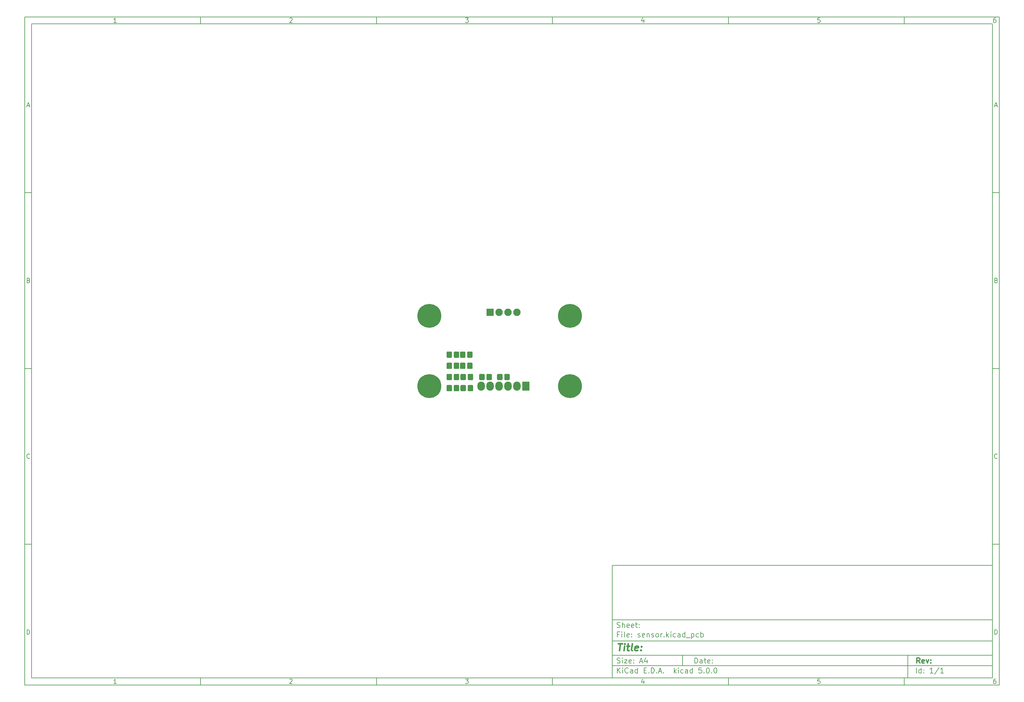
<source format=gbs>
G04 #@! TF.GenerationSoftware,KiCad,Pcbnew,5.0.0*
G04 #@! TF.CreationDate,2018-10-21T13:27:24+10:00*
G04 #@! TF.ProjectId,sensor,73656E736F722E6B696361645F706362,rev?*
G04 #@! TF.SameCoordinates,Original*
G04 #@! TF.FileFunction,Soldermask,Bot*
G04 #@! TF.FilePolarity,Negative*
%FSLAX46Y46*%
G04 Gerber Fmt 4.6, Leading zero omitted, Abs format (unit mm)*
G04 Created by KiCad (PCBNEW 5.0.0) date Sun Oct 21 13:27:24 2018*
%MOMM*%
%LPD*%
G01*
G04 APERTURE LIST*
%ADD10C,0.100000*%
%ADD11C,0.150000*%
%ADD12C,0.300000*%
%ADD13C,0.400000*%
%ADD14R,2.140000X2.600000*%
%ADD15O,2.140000X2.600000*%
%ADD16R,2.100000X2.100000*%
%ADD17O,2.100000X2.100000*%
%ADD18C,1.200000*%
%ADD19C,6.800000*%
%ADD20C,1.550000*%
G04 APERTURE END LIST*
D10*
D11*
X177002200Y-166007200D02*
X177002200Y-198007200D01*
X285002200Y-198007200D01*
X285002200Y-166007200D01*
X177002200Y-166007200D01*
D10*
D11*
X10000000Y-10000000D02*
X10000000Y-200007200D01*
X287002200Y-200007200D01*
X287002200Y-10000000D01*
X10000000Y-10000000D01*
D10*
D11*
X12000000Y-12000000D02*
X12000000Y-198007200D01*
X285002200Y-198007200D01*
X285002200Y-12000000D01*
X12000000Y-12000000D01*
D10*
D11*
X60000000Y-12000000D02*
X60000000Y-10000000D01*
D10*
D11*
X110000000Y-12000000D02*
X110000000Y-10000000D01*
D10*
D11*
X160000000Y-12000000D02*
X160000000Y-10000000D01*
D10*
D11*
X210000000Y-12000000D02*
X210000000Y-10000000D01*
D10*
D11*
X260000000Y-12000000D02*
X260000000Y-10000000D01*
D10*
D11*
X36065476Y-11588095D02*
X35322619Y-11588095D01*
X35694047Y-11588095D02*
X35694047Y-10288095D01*
X35570238Y-10473809D01*
X35446428Y-10597619D01*
X35322619Y-10659523D01*
D10*
D11*
X85322619Y-10411904D02*
X85384523Y-10350000D01*
X85508333Y-10288095D01*
X85817857Y-10288095D01*
X85941666Y-10350000D01*
X86003571Y-10411904D01*
X86065476Y-10535714D01*
X86065476Y-10659523D01*
X86003571Y-10845238D01*
X85260714Y-11588095D01*
X86065476Y-11588095D01*
D10*
D11*
X135260714Y-10288095D02*
X136065476Y-10288095D01*
X135632142Y-10783333D01*
X135817857Y-10783333D01*
X135941666Y-10845238D01*
X136003571Y-10907142D01*
X136065476Y-11030952D01*
X136065476Y-11340476D01*
X136003571Y-11464285D01*
X135941666Y-11526190D01*
X135817857Y-11588095D01*
X135446428Y-11588095D01*
X135322619Y-11526190D01*
X135260714Y-11464285D01*
D10*
D11*
X185941666Y-10721428D02*
X185941666Y-11588095D01*
X185632142Y-10226190D02*
X185322619Y-11154761D01*
X186127380Y-11154761D01*
D10*
D11*
X236003571Y-10288095D02*
X235384523Y-10288095D01*
X235322619Y-10907142D01*
X235384523Y-10845238D01*
X235508333Y-10783333D01*
X235817857Y-10783333D01*
X235941666Y-10845238D01*
X236003571Y-10907142D01*
X236065476Y-11030952D01*
X236065476Y-11340476D01*
X236003571Y-11464285D01*
X235941666Y-11526190D01*
X235817857Y-11588095D01*
X235508333Y-11588095D01*
X235384523Y-11526190D01*
X235322619Y-11464285D01*
D10*
D11*
X285941666Y-10288095D02*
X285694047Y-10288095D01*
X285570238Y-10350000D01*
X285508333Y-10411904D01*
X285384523Y-10597619D01*
X285322619Y-10845238D01*
X285322619Y-11340476D01*
X285384523Y-11464285D01*
X285446428Y-11526190D01*
X285570238Y-11588095D01*
X285817857Y-11588095D01*
X285941666Y-11526190D01*
X286003571Y-11464285D01*
X286065476Y-11340476D01*
X286065476Y-11030952D01*
X286003571Y-10907142D01*
X285941666Y-10845238D01*
X285817857Y-10783333D01*
X285570238Y-10783333D01*
X285446428Y-10845238D01*
X285384523Y-10907142D01*
X285322619Y-11030952D01*
D10*
D11*
X60000000Y-198007200D02*
X60000000Y-200007200D01*
D10*
D11*
X110000000Y-198007200D02*
X110000000Y-200007200D01*
D10*
D11*
X160000000Y-198007200D02*
X160000000Y-200007200D01*
D10*
D11*
X210000000Y-198007200D02*
X210000000Y-200007200D01*
D10*
D11*
X260000000Y-198007200D02*
X260000000Y-200007200D01*
D10*
D11*
X36065476Y-199595295D02*
X35322619Y-199595295D01*
X35694047Y-199595295D02*
X35694047Y-198295295D01*
X35570238Y-198481009D01*
X35446428Y-198604819D01*
X35322619Y-198666723D01*
D10*
D11*
X85322619Y-198419104D02*
X85384523Y-198357200D01*
X85508333Y-198295295D01*
X85817857Y-198295295D01*
X85941666Y-198357200D01*
X86003571Y-198419104D01*
X86065476Y-198542914D01*
X86065476Y-198666723D01*
X86003571Y-198852438D01*
X85260714Y-199595295D01*
X86065476Y-199595295D01*
D10*
D11*
X135260714Y-198295295D02*
X136065476Y-198295295D01*
X135632142Y-198790533D01*
X135817857Y-198790533D01*
X135941666Y-198852438D01*
X136003571Y-198914342D01*
X136065476Y-199038152D01*
X136065476Y-199347676D01*
X136003571Y-199471485D01*
X135941666Y-199533390D01*
X135817857Y-199595295D01*
X135446428Y-199595295D01*
X135322619Y-199533390D01*
X135260714Y-199471485D01*
D10*
D11*
X185941666Y-198728628D02*
X185941666Y-199595295D01*
X185632142Y-198233390D02*
X185322619Y-199161961D01*
X186127380Y-199161961D01*
D10*
D11*
X236003571Y-198295295D02*
X235384523Y-198295295D01*
X235322619Y-198914342D01*
X235384523Y-198852438D01*
X235508333Y-198790533D01*
X235817857Y-198790533D01*
X235941666Y-198852438D01*
X236003571Y-198914342D01*
X236065476Y-199038152D01*
X236065476Y-199347676D01*
X236003571Y-199471485D01*
X235941666Y-199533390D01*
X235817857Y-199595295D01*
X235508333Y-199595295D01*
X235384523Y-199533390D01*
X235322619Y-199471485D01*
D10*
D11*
X285941666Y-198295295D02*
X285694047Y-198295295D01*
X285570238Y-198357200D01*
X285508333Y-198419104D01*
X285384523Y-198604819D01*
X285322619Y-198852438D01*
X285322619Y-199347676D01*
X285384523Y-199471485D01*
X285446428Y-199533390D01*
X285570238Y-199595295D01*
X285817857Y-199595295D01*
X285941666Y-199533390D01*
X286003571Y-199471485D01*
X286065476Y-199347676D01*
X286065476Y-199038152D01*
X286003571Y-198914342D01*
X285941666Y-198852438D01*
X285817857Y-198790533D01*
X285570238Y-198790533D01*
X285446428Y-198852438D01*
X285384523Y-198914342D01*
X285322619Y-199038152D01*
D10*
D11*
X10000000Y-60000000D02*
X12000000Y-60000000D01*
D10*
D11*
X10000000Y-110000000D02*
X12000000Y-110000000D01*
D10*
D11*
X10000000Y-160000000D02*
X12000000Y-160000000D01*
D10*
D11*
X10690476Y-35216666D02*
X11309523Y-35216666D01*
X10566666Y-35588095D02*
X11000000Y-34288095D01*
X11433333Y-35588095D01*
D10*
D11*
X11092857Y-84907142D02*
X11278571Y-84969047D01*
X11340476Y-85030952D01*
X11402380Y-85154761D01*
X11402380Y-85340476D01*
X11340476Y-85464285D01*
X11278571Y-85526190D01*
X11154761Y-85588095D01*
X10659523Y-85588095D01*
X10659523Y-84288095D01*
X11092857Y-84288095D01*
X11216666Y-84350000D01*
X11278571Y-84411904D01*
X11340476Y-84535714D01*
X11340476Y-84659523D01*
X11278571Y-84783333D01*
X11216666Y-84845238D01*
X11092857Y-84907142D01*
X10659523Y-84907142D01*
D10*
D11*
X11402380Y-135464285D02*
X11340476Y-135526190D01*
X11154761Y-135588095D01*
X11030952Y-135588095D01*
X10845238Y-135526190D01*
X10721428Y-135402380D01*
X10659523Y-135278571D01*
X10597619Y-135030952D01*
X10597619Y-134845238D01*
X10659523Y-134597619D01*
X10721428Y-134473809D01*
X10845238Y-134350000D01*
X11030952Y-134288095D01*
X11154761Y-134288095D01*
X11340476Y-134350000D01*
X11402380Y-134411904D01*
D10*
D11*
X10659523Y-185588095D02*
X10659523Y-184288095D01*
X10969047Y-184288095D01*
X11154761Y-184350000D01*
X11278571Y-184473809D01*
X11340476Y-184597619D01*
X11402380Y-184845238D01*
X11402380Y-185030952D01*
X11340476Y-185278571D01*
X11278571Y-185402380D01*
X11154761Y-185526190D01*
X10969047Y-185588095D01*
X10659523Y-185588095D01*
D10*
D11*
X287002200Y-60000000D02*
X285002200Y-60000000D01*
D10*
D11*
X287002200Y-110000000D02*
X285002200Y-110000000D01*
D10*
D11*
X287002200Y-160000000D02*
X285002200Y-160000000D01*
D10*
D11*
X285692676Y-35216666D02*
X286311723Y-35216666D01*
X285568866Y-35588095D02*
X286002200Y-34288095D01*
X286435533Y-35588095D01*
D10*
D11*
X286095057Y-84907142D02*
X286280771Y-84969047D01*
X286342676Y-85030952D01*
X286404580Y-85154761D01*
X286404580Y-85340476D01*
X286342676Y-85464285D01*
X286280771Y-85526190D01*
X286156961Y-85588095D01*
X285661723Y-85588095D01*
X285661723Y-84288095D01*
X286095057Y-84288095D01*
X286218866Y-84350000D01*
X286280771Y-84411904D01*
X286342676Y-84535714D01*
X286342676Y-84659523D01*
X286280771Y-84783333D01*
X286218866Y-84845238D01*
X286095057Y-84907142D01*
X285661723Y-84907142D01*
D10*
D11*
X286404580Y-135464285D02*
X286342676Y-135526190D01*
X286156961Y-135588095D01*
X286033152Y-135588095D01*
X285847438Y-135526190D01*
X285723628Y-135402380D01*
X285661723Y-135278571D01*
X285599819Y-135030952D01*
X285599819Y-134845238D01*
X285661723Y-134597619D01*
X285723628Y-134473809D01*
X285847438Y-134350000D01*
X286033152Y-134288095D01*
X286156961Y-134288095D01*
X286342676Y-134350000D01*
X286404580Y-134411904D01*
D10*
D11*
X285661723Y-185588095D02*
X285661723Y-184288095D01*
X285971247Y-184288095D01*
X286156961Y-184350000D01*
X286280771Y-184473809D01*
X286342676Y-184597619D01*
X286404580Y-184845238D01*
X286404580Y-185030952D01*
X286342676Y-185278571D01*
X286280771Y-185402380D01*
X286156961Y-185526190D01*
X285971247Y-185588095D01*
X285661723Y-185588095D01*
D10*
D11*
X200434342Y-193785771D02*
X200434342Y-192285771D01*
X200791485Y-192285771D01*
X201005771Y-192357200D01*
X201148628Y-192500057D01*
X201220057Y-192642914D01*
X201291485Y-192928628D01*
X201291485Y-193142914D01*
X201220057Y-193428628D01*
X201148628Y-193571485D01*
X201005771Y-193714342D01*
X200791485Y-193785771D01*
X200434342Y-193785771D01*
X202577200Y-193785771D02*
X202577200Y-193000057D01*
X202505771Y-192857200D01*
X202362914Y-192785771D01*
X202077200Y-192785771D01*
X201934342Y-192857200D01*
X202577200Y-193714342D02*
X202434342Y-193785771D01*
X202077200Y-193785771D01*
X201934342Y-193714342D01*
X201862914Y-193571485D01*
X201862914Y-193428628D01*
X201934342Y-193285771D01*
X202077200Y-193214342D01*
X202434342Y-193214342D01*
X202577200Y-193142914D01*
X203077200Y-192785771D02*
X203648628Y-192785771D01*
X203291485Y-192285771D02*
X203291485Y-193571485D01*
X203362914Y-193714342D01*
X203505771Y-193785771D01*
X203648628Y-193785771D01*
X204720057Y-193714342D02*
X204577200Y-193785771D01*
X204291485Y-193785771D01*
X204148628Y-193714342D01*
X204077200Y-193571485D01*
X204077200Y-193000057D01*
X204148628Y-192857200D01*
X204291485Y-192785771D01*
X204577200Y-192785771D01*
X204720057Y-192857200D01*
X204791485Y-193000057D01*
X204791485Y-193142914D01*
X204077200Y-193285771D01*
X205434342Y-193642914D02*
X205505771Y-193714342D01*
X205434342Y-193785771D01*
X205362914Y-193714342D01*
X205434342Y-193642914D01*
X205434342Y-193785771D01*
X205434342Y-192857200D02*
X205505771Y-192928628D01*
X205434342Y-193000057D01*
X205362914Y-192928628D01*
X205434342Y-192857200D01*
X205434342Y-193000057D01*
D10*
D11*
X177002200Y-194507200D02*
X285002200Y-194507200D01*
D10*
D11*
X178434342Y-196585771D02*
X178434342Y-195085771D01*
X179291485Y-196585771D02*
X178648628Y-195728628D01*
X179291485Y-195085771D02*
X178434342Y-195942914D01*
X179934342Y-196585771D02*
X179934342Y-195585771D01*
X179934342Y-195085771D02*
X179862914Y-195157200D01*
X179934342Y-195228628D01*
X180005771Y-195157200D01*
X179934342Y-195085771D01*
X179934342Y-195228628D01*
X181505771Y-196442914D02*
X181434342Y-196514342D01*
X181220057Y-196585771D01*
X181077200Y-196585771D01*
X180862914Y-196514342D01*
X180720057Y-196371485D01*
X180648628Y-196228628D01*
X180577200Y-195942914D01*
X180577200Y-195728628D01*
X180648628Y-195442914D01*
X180720057Y-195300057D01*
X180862914Y-195157200D01*
X181077200Y-195085771D01*
X181220057Y-195085771D01*
X181434342Y-195157200D01*
X181505771Y-195228628D01*
X182791485Y-196585771D02*
X182791485Y-195800057D01*
X182720057Y-195657200D01*
X182577200Y-195585771D01*
X182291485Y-195585771D01*
X182148628Y-195657200D01*
X182791485Y-196514342D02*
X182648628Y-196585771D01*
X182291485Y-196585771D01*
X182148628Y-196514342D01*
X182077200Y-196371485D01*
X182077200Y-196228628D01*
X182148628Y-196085771D01*
X182291485Y-196014342D01*
X182648628Y-196014342D01*
X182791485Y-195942914D01*
X184148628Y-196585771D02*
X184148628Y-195085771D01*
X184148628Y-196514342D02*
X184005771Y-196585771D01*
X183720057Y-196585771D01*
X183577200Y-196514342D01*
X183505771Y-196442914D01*
X183434342Y-196300057D01*
X183434342Y-195871485D01*
X183505771Y-195728628D01*
X183577200Y-195657200D01*
X183720057Y-195585771D01*
X184005771Y-195585771D01*
X184148628Y-195657200D01*
X186005771Y-195800057D02*
X186505771Y-195800057D01*
X186720057Y-196585771D02*
X186005771Y-196585771D01*
X186005771Y-195085771D01*
X186720057Y-195085771D01*
X187362914Y-196442914D02*
X187434342Y-196514342D01*
X187362914Y-196585771D01*
X187291485Y-196514342D01*
X187362914Y-196442914D01*
X187362914Y-196585771D01*
X188077200Y-196585771D02*
X188077200Y-195085771D01*
X188434342Y-195085771D01*
X188648628Y-195157200D01*
X188791485Y-195300057D01*
X188862914Y-195442914D01*
X188934342Y-195728628D01*
X188934342Y-195942914D01*
X188862914Y-196228628D01*
X188791485Y-196371485D01*
X188648628Y-196514342D01*
X188434342Y-196585771D01*
X188077200Y-196585771D01*
X189577200Y-196442914D02*
X189648628Y-196514342D01*
X189577200Y-196585771D01*
X189505771Y-196514342D01*
X189577200Y-196442914D01*
X189577200Y-196585771D01*
X190220057Y-196157200D02*
X190934342Y-196157200D01*
X190077200Y-196585771D02*
X190577200Y-195085771D01*
X191077200Y-196585771D01*
X191577200Y-196442914D02*
X191648628Y-196514342D01*
X191577200Y-196585771D01*
X191505771Y-196514342D01*
X191577200Y-196442914D01*
X191577200Y-196585771D01*
X194577200Y-196585771D02*
X194577200Y-195085771D01*
X194720057Y-196014342D02*
X195148628Y-196585771D01*
X195148628Y-195585771D02*
X194577200Y-196157200D01*
X195791485Y-196585771D02*
X195791485Y-195585771D01*
X195791485Y-195085771D02*
X195720057Y-195157200D01*
X195791485Y-195228628D01*
X195862914Y-195157200D01*
X195791485Y-195085771D01*
X195791485Y-195228628D01*
X197148628Y-196514342D02*
X197005771Y-196585771D01*
X196720057Y-196585771D01*
X196577200Y-196514342D01*
X196505771Y-196442914D01*
X196434342Y-196300057D01*
X196434342Y-195871485D01*
X196505771Y-195728628D01*
X196577200Y-195657200D01*
X196720057Y-195585771D01*
X197005771Y-195585771D01*
X197148628Y-195657200D01*
X198434342Y-196585771D02*
X198434342Y-195800057D01*
X198362914Y-195657200D01*
X198220057Y-195585771D01*
X197934342Y-195585771D01*
X197791485Y-195657200D01*
X198434342Y-196514342D02*
X198291485Y-196585771D01*
X197934342Y-196585771D01*
X197791485Y-196514342D01*
X197720057Y-196371485D01*
X197720057Y-196228628D01*
X197791485Y-196085771D01*
X197934342Y-196014342D01*
X198291485Y-196014342D01*
X198434342Y-195942914D01*
X199791485Y-196585771D02*
X199791485Y-195085771D01*
X199791485Y-196514342D02*
X199648628Y-196585771D01*
X199362914Y-196585771D01*
X199220057Y-196514342D01*
X199148628Y-196442914D01*
X199077200Y-196300057D01*
X199077200Y-195871485D01*
X199148628Y-195728628D01*
X199220057Y-195657200D01*
X199362914Y-195585771D01*
X199648628Y-195585771D01*
X199791485Y-195657200D01*
X202362914Y-195085771D02*
X201648628Y-195085771D01*
X201577200Y-195800057D01*
X201648628Y-195728628D01*
X201791485Y-195657200D01*
X202148628Y-195657200D01*
X202291485Y-195728628D01*
X202362914Y-195800057D01*
X202434342Y-195942914D01*
X202434342Y-196300057D01*
X202362914Y-196442914D01*
X202291485Y-196514342D01*
X202148628Y-196585771D01*
X201791485Y-196585771D01*
X201648628Y-196514342D01*
X201577200Y-196442914D01*
X203077200Y-196442914D02*
X203148628Y-196514342D01*
X203077200Y-196585771D01*
X203005771Y-196514342D01*
X203077200Y-196442914D01*
X203077200Y-196585771D01*
X204077200Y-195085771D02*
X204220057Y-195085771D01*
X204362914Y-195157200D01*
X204434342Y-195228628D01*
X204505771Y-195371485D01*
X204577200Y-195657200D01*
X204577200Y-196014342D01*
X204505771Y-196300057D01*
X204434342Y-196442914D01*
X204362914Y-196514342D01*
X204220057Y-196585771D01*
X204077200Y-196585771D01*
X203934342Y-196514342D01*
X203862914Y-196442914D01*
X203791485Y-196300057D01*
X203720057Y-196014342D01*
X203720057Y-195657200D01*
X203791485Y-195371485D01*
X203862914Y-195228628D01*
X203934342Y-195157200D01*
X204077200Y-195085771D01*
X205220057Y-196442914D02*
X205291485Y-196514342D01*
X205220057Y-196585771D01*
X205148628Y-196514342D01*
X205220057Y-196442914D01*
X205220057Y-196585771D01*
X206220057Y-195085771D02*
X206362914Y-195085771D01*
X206505771Y-195157200D01*
X206577200Y-195228628D01*
X206648628Y-195371485D01*
X206720057Y-195657200D01*
X206720057Y-196014342D01*
X206648628Y-196300057D01*
X206577200Y-196442914D01*
X206505771Y-196514342D01*
X206362914Y-196585771D01*
X206220057Y-196585771D01*
X206077200Y-196514342D01*
X206005771Y-196442914D01*
X205934342Y-196300057D01*
X205862914Y-196014342D01*
X205862914Y-195657200D01*
X205934342Y-195371485D01*
X206005771Y-195228628D01*
X206077200Y-195157200D01*
X206220057Y-195085771D01*
D10*
D11*
X177002200Y-191507200D02*
X285002200Y-191507200D01*
D10*
D12*
X264411485Y-193785771D02*
X263911485Y-193071485D01*
X263554342Y-193785771D02*
X263554342Y-192285771D01*
X264125771Y-192285771D01*
X264268628Y-192357200D01*
X264340057Y-192428628D01*
X264411485Y-192571485D01*
X264411485Y-192785771D01*
X264340057Y-192928628D01*
X264268628Y-193000057D01*
X264125771Y-193071485D01*
X263554342Y-193071485D01*
X265625771Y-193714342D02*
X265482914Y-193785771D01*
X265197200Y-193785771D01*
X265054342Y-193714342D01*
X264982914Y-193571485D01*
X264982914Y-193000057D01*
X265054342Y-192857200D01*
X265197200Y-192785771D01*
X265482914Y-192785771D01*
X265625771Y-192857200D01*
X265697200Y-193000057D01*
X265697200Y-193142914D01*
X264982914Y-193285771D01*
X266197200Y-192785771D02*
X266554342Y-193785771D01*
X266911485Y-192785771D01*
X267482914Y-193642914D02*
X267554342Y-193714342D01*
X267482914Y-193785771D01*
X267411485Y-193714342D01*
X267482914Y-193642914D01*
X267482914Y-193785771D01*
X267482914Y-192857200D02*
X267554342Y-192928628D01*
X267482914Y-193000057D01*
X267411485Y-192928628D01*
X267482914Y-192857200D01*
X267482914Y-193000057D01*
D10*
D11*
X178362914Y-193714342D02*
X178577200Y-193785771D01*
X178934342Y-193785771D01*
X179077200Y-193714342D01*
X179148628Y-193642914D01*
X179220057Y-193500057D01*
X179220057Y-193357200D01*
X179148628Y-193214342D01*
X179077200Y-193142914D01*
X178934342Y-193071485D01*
X178648628Y-193000057D01*
X178505771Y-192928628D01*
X178434342Y-192857200D01*
X178362914Y-192714342D01*
X178362914Y-192571485D01*
X178434342Y-192428628D01*
X178505771Y-192357200D01*
X178648628Y-192285771D01*
X179005771Y-192285771D01*
X179220057Y-192357200D01*
X179862914Y-193785771D02*
X179862914Y-192785771D01*
X179862914Y-192285771D02*
X179791485Y-192357200D01*
X179862914Y-192428628D01*
X179934342Y-192357200D01*
X179862914Y-192285771D01*
X179862914Y-192428628D01*
X180434342Y-192785771D02*
X181220057Y-192785771D01*
X180434342Y-193785771D01*
X181220057Y-193785771D01*
X182362914Y-193714342D02*
X182220057Y-193785771D01*
X181934342Y-193785771D01*
X181791485Y-193714342D01*
X181720057Y-193571485D01*
X181720057Y-193000057D01*
X181791485Y-192857200D01*
X181934342Y-192785771D01*
X182220057Y-192785771D01*
X182362914Y-192857200D01*
X182434342Y-193000057D01*
X182434342Y-193142914D01*
X181720057Y-193285771D01*
X183077200Y-193642914D02*
X183148628Y-193714342D01*
X183077200Y-193785771D01*
X183005771Y-193714342D01*
X183077200Y-193642914D01*
X183077200Y-193785771D01*
X183077200Y-192857200D02*
X183148628Y-192928628D01*
X183077200Y-193000057D01*
X183005771Y-192928628D01*
X183077200Y-192857200D01*
X183077200Y-193000057D01*
X184862914Y-193357200D02*
X185577200Y-193357200D01*
X184720057Y-193785771D02*
X185220057Y-192285771D01*
X185720057Y-193785771D01*
X186862914Y-192785771D02*
X186862914Y-193785771D01*
X186505771Y-192214342D02*
X186148628Y-193285771D01*
X187077200Y-193285771D01*
D10*
D11*
X263434342Y-196585771D02*
X263434342Y-195085771D01*
X264791485Y-196585771D02*
X264791485Y-195085771D01*
X264791485Y-196514342D02*
X264648628Y-196585771D01*
X264362914Y-196585771D01*
X264220057Y-196514342D01*
X264148628Y-196442914D01*
X264077200Y-196300057D01*
X264077200Y-195871485D01*
X264148628Y-195728628D01*
X264220057Y-195657200D01*
X264362914Y-195585771D01*
X264648628Y-195585771D01*
X264791485Y-195657200D01*
X265505771Y-196442914D02*
X265577200Y-196514342D01*
X265505771Y-196585771D01*
X265434342Y-196514342D01*
X265505771Y-196442914D01*
X265505771Y-196585771D01*
X265505771Y-195657200D02*
X265577200Y-195728628D01*
X265505771Y-195800057D01*
X265434342Y-195728628D01*
X265505771Y-195657200D01*
X265505771Y-195800057D01*
X268148628Y-196585771D02*
X267291485Y-196585771D01*
X267720057Y-196585771D02*
X267720057Y-195085771D01*
X267577200Y-195300057D01*
X267434342Y-195442914D01*
X267291485Y-195514342D01*
X269862914Y-195014342D02*
X268577200Y-196942914D01*
X271148628Y-196585771D02*
X270291485Y-196585771D01*
X270720057Y-196585771D02*
X270720057Y-195085771D01*
X270577200Y-195300057D01*
X270434342Y-195442914D01*
X270291485Y-195514342D01*
D10*
D11*
X177002200Y-187507200D02*
X285002200Y-187507200D01*
D10*
D13*
X178714580Y-188211961D02*
X179857438Y-188211961D01*
X179036009Y-190211961D02*
X179286009Y-188211961D01*
X180274104Y-190211961D02*
X180440771Y-188878628D01*
X180524104Y-188211961D02*
X180416961Y-188307200D01*
X180500295Y-188402438D01*
X180607438Y-188307200D01*
X180524104Y-188211961D01*
X180500295Y-188402438D01*
X181107438Y-188878628D02*
X181869342Y-188878628D01*
X181476485Y-188211961D02*
X181262200Y-189926247D01*
X181333628Y-190116723D01*
X181512200Y-190211961D01*
X181702676Y-190211961D01*
X182655057Y-190211961D02*
X182476485Y-190116723D01*
X182405057Y-189926247D01*
X182619342Y-188211961D01*
X184190771Y-190116723D02*
X183988390Y-190211961D01*
X183607438Y-190211961D01*
X183428866Y-190116723D01*
X183357438Y-189926247D01*
X183452676Y-189164342D01*
X183571723Y-188973866D01*
X183774104Y-188878628D01*
X184155057Y-188878628D01*
X184333628Y-188973866D01*
X184405057Y-189164342D01*
X184381247Y-189354819D01*
X183405057Y-189545295D01*
X185155057Y-190021485D02*
X185238390Y-190116723D01*
X185131247Y-190211961D01*
X185047914Y-190116723D01*
X185155057Y-190021485D01*
X185131247Y-190211961D01*
X185286009Y-188973866D02*
X185369342Y-189069104D01*
X185262200Y-189164342D01*
X185178866Y-189069104D01*
X185286009Y-188973866D01*
X185262200Y-189164342D01*
D10*
D11*
X178934342Y-185600057D02*
X178434342Y-185600057D01*
X178434342Y-186385771D02*
X178434342Y-184885771D01*
X179148628Y-184885771D01*
X179720057Y-186385771D02*
X179720057Y-185385771D01*
X179720057Y-184885771D02*
X179648628Y-184957200D01*
X179720057Y-185028628D01*
X179791485Y-184957200D01*
X179720057Y-184885771D01*
X179720057Y-185028628D01*
X180648628Y-186385771D02*
X180505771Y-186314342D01*
X180434342Y-186171485D01*
X180434342Y-184885771D01*
X181791485Y-186314342D02*
X181648628Y-186385771D01*
X181362914Y-186385771D01*
X181220057Y-186314342D01*
X181148628Y-186171485D01*
X181148628Y-185600057D01*
X181220057Y-185457200D01*
X181362914Y-185385771D01*
X181648628Y-185385771D01*
X181791485Y-185457200D01*
X181862914Y-185600057D01*
X181862914Y-185742914D01*
X181148628Y-185885771D01*
X182505771Y-186242914D02*
X182577200Y-186314342D01*
X182505771Y-186385771D01*
X182434342Y-186314342D01*
X182505771Y-186242914D01*
X182505771Y-186385771D01*
X182505771Y-185457200D02*
X182577200Y-185528628D01*
X182505771Y-185600057D01*
X182434342Y-185528628D01*
X182505771Y-185457200D01*
X182505771Y-185600057D01*
X184291485Y-186314342D02*
X184434342Y-186385771D01*
X184720057Y-186385771D01*
X184862914Y-186314342D01*
X184934342Y-186171485D01*
X184934342Y-186100057D01*
X184862914Y-185957200D01*
X184720057Y-185885771D01*
X184505771Y-185885771D01*
X184362914Y-185814342D01*
X184291485Y-185671485D01*
X184291485Y-185600057D01*
X184362914Y-185457200D01*
X184505771Y-185385771D01*
X184720057Y-185385771D01*
X184862914Y-185457200D01*
X186148628Y-186314342D02*
X186005771Y-186385771D01*
X185720057Y-186385771D01*
X185577200Y-186314342D01*
X185505771Y-186171485D01*
X185505771Y-185600057D01*
X185577200Y-185457200D01*
X185720057Y-185385771D01*
X186005771Y-185385771D01*
X186148628Y-185457200D01*
X186220057Y-185600057D01*
X186220057Y-185742914D01*
X185505771Y-185885771D01*
X186862914Y-185385771D02*
X186862914Y-186385771D01*
X186862914Y-185528628D02*
X186934342Y-185457200D01*
X187077200Y-185385771D01*
X187291485Y-185385771D01*
X187434342Y-185457200D01*
X187505771Y-185600057D01*
X187505771Y-186385771D01*
X188148628Y-186314342D02*
X188291485Y-186385771D01*
X188577200Y-186385771D01*
X188720057Y-186314342D01*
X188791485Y-186171485D01*
X188791485Y-186100057D01*
X188720057Y-185957200D01*
X188577200Y-185885771D01*
X188362914Y-185885771D01*
X188220057Y-185814342D01*
X188148628Y-185671485D01*
X188148628Y-185600057D01*
X188220057Y-185457200D01*
X188362914Y-185385771D01*
X188577200Y-185385771D01*
X188720057Y-185457200D01*
X189648628Y-186385771D02*
X189505771Y-186314342D01*
X189434342Y-186242914D01*
X189362914Y-186100057D01*
X189362914Y-185671485D01*
X189434342Y-185528628D01*
X189505771Y-185457200D01*
X189648628Y-185385771D01*
X189862914Y-185385771D01*
X190005771Y-185457200D01*
X190077200Y-185528628D01*
X190148628Y-185671485D01*
X190148628Y-186100057D01*
X190077200Y-186242914D01*
X190005771Y-186314342D01*
X189862914Y-186385771D01*
X189648628Y-186385771D01*
X190791485Y-186385771D02*
X190791485Y-185385771D01*
X190791485Y-185671485D02*
X190862914Y-185528628D01*
X190934342Y-185457200D01*
X191077200Y-185385771D01*
X191220057Y-185385771D01*
X191720057Y-186242914D02*
X191791485Y-186314342D01*
X191720057Y-186385771D01*
X191648628Y-186314342D01*
X191720057Y-186242914D01*
X191720057Y-186385771D01*
X192434342Y-186385771D02*
X192434342Y-184885771D01*
X192577200Y-185814342D02*
X193005771Y-186385771D01*
X193005771Y-185385771D02*
X192434342Y-185957200D01*
X193648628Y-186385771D02*
X193648628Y-185385771D01*
X193648628Y-184885771D02*
X193577200Y-184957200D01*
X193648628Y-185028628D01*
X193720057Y-184957200D01*
X193648628Y-184885771D01*
X193648628Y-185028628D01*
X195005771Y-186314342D02*
X194862914Y-186385771D01*
X194577200Y-186385771D01*
X194434342Y-186314342D01*
X194362914Y-186242914D01*
X194291485Y-186100057D01*
X194291485Y-185671485D01*
X194362914Y-185528628D01*
X194434342Y-185457200D01*
X194577200Y-185385771D01*
X194862914Y-185385771D01*
X195005771Y-185457200D01*
X196291485Y-186385771D02*
X196291485Y-185600057D01*
X196220057Y-185457200D01*
X196077200Y-185385771D01*
X195791485Y-185385771D01*
X195648628Y-185457200D01*
X196291485Y-186314342D02*
X196148628Y-186385771D01*
X195791485Y-186385771D01*
X195648628Y-186314342D01*
X195577200Y-186171485D01*
X195577200Y-186028628D01*
X195648628Y-185885771D01*
X195791485Y-185814342D01*
X196148628Y-185814342D01*
X196291485Y-185742914D01*
X197648628Y-186385771D02*
X197648628Y-184885771D01*
X197648628Y-186314342D02*
X197505771Y-186385771D01*
X197220057Y-186385771D01*
X197077200Y-186314342D01*
X197005771Y-186242914D01*
X196934342Y-186100057D01*
X196934342Y-185671485D01*
X197005771Y-185528628D01*
X197077200Y-185457200D01*
X197220057Y-185385771D01*
X197505771Y-185385771D01*
X197648628Y-185457200D01*
X198005771Y-186528628D02*
X199148628Y-186528628D01*
X199505771Y-185385771D02*
X199505771Y-186885771D01*
X199505771Y-185457200D02*
X199648628Y-185385771D01*
X199934342Y-185385771D01*
X200077200Y-185457200D01*
X200148628Y-185528628D01*
X200220057Y-185671485D01*
X200220057Y-186100057D01*
X200148628Y-186242914D01*
X200077200Y-186314342D01*
X199934342Y-186385771D01*
X199648628Y-186385771D01*
X199505771Y-186314342D01*
X201505771Y-186314342D02*
X201362914Y-186385771D01*
X201077200Y-186385771D01*
X200934342Y-186314342D01*
X200862914Y-186242914D01*
X200791485Y-186100057D01*
X200791485Y-185671485D01*
X200862914Y-185528628D01*
X200934342Y-185457200D01*
X201077200Y-185385771D01*
X201362914Y-185385771D01*
X201505771Y-185457200D01*
X202148628Y-186385771D02*
X202148628Y-184885771D01*
X202148628Y-185457200D02*
X202291485Y-185385771D01*
X202577200Y-185385771D01*
X202720057Y-185457200D01*
X202791485Y-185528628D01*
X202862914Y-185671485D01*
X202862914Y-186100057D01*
X202791485Y-186242914D01*
X202720057Y-186314342D01*
X202577200Y-186385771D01*
X202291485Y-186385771D01*
X202148628Y-186314342D01*
D10*
D11*
X177002200Y-181507200D02*
X285002200Y-181507200D01*
D10*
D11*
X178362914Y-183614342D02*
X178577200Y-183685771D01*
X178934342Y-183685771D01*
X179077200Y-183614342D01*
X179148628Y-183542914D01*
X179220057Y-183400057D01*
X179220057Y-183257200D01*
X179148628Y-183114342D01*
X179077200Y-183042914D01*
X178934342Y-182971485D01*
X178648628Y-182900057D01*
X178505771Y-182828628D01*
X178434342Y-182757200D01*
X178362914Y-182614342D01*
X178362914Y-182471485D01*
X178434342Y-182328628D01*
X178505771Y-182257200D01*
X178648628Y-182185771D01*
X179005771Y-182185771D01*
X179220057Y-182257200D01*
X179862914Y-183685771D02*
X179862914Y-182185771D01*
X180505771Y-183685771D02*
X180505771Y-182900057D01*
X180434342Y-182757200D01*
X180291485Y-182685771D01*
X180077200Y-182685771D01*
X179934342Y-182757200D01*
X179862914Y-182828628D01*
X181791485Y-183614342D02*
X181648628Y-183685771D01*
X181362914Y-183685771D01*
X181220057Y-183614342D01*
X181148628Y-183471485D01*
X181148628Y-182900057D01*
X181220057Y-182757200D01*
X181362914Y-182685771D01*
X181648628Y-182685771D01*
X181791485Y-182757200D01*
X181862914Y-182900057D01*
X181862914Y-183042914D01*
X181148628Y-183185771D01*
X183077200Y-183614342D02*
X182934342Y-183685771D01*
X182648628Y-183685771D01*
X182505771Y-183614342D01*
X182434342Y-183471485D01*
X182434342Y-182900057D01*
X182505771Y-182757200D01*
X182648628Y-182685771D01*
X182934342Y-182685771D01*
X183077200Y-182757200D01*
X183148628Y-182900057D01*
X183148628Y-183042914D01*
X182434342Y-183185771D01*
X183577200Y-182685771D02*
X184148628Y-182685771D01*
X183791485Y-182185771D02*
X183791485Y-183471485D01*
X183862914Y-183614342D01*
X184005771Y-183685771D01*
X184148628Y-183685771D01*
X184648628Y-183542914D02*
X184720057Y-183614342D01*
X184648628Y-183685771D01*
X184577200Y-183614342D01*
X184648628Y-183542914D01*
X184648628Y-183685771D01*
X184648628Y-182757200D02*
X184720057Y-182828628D01*
X184648628Y-182900057D01*
X184577200Y-182828628D01*
X184648628Y-182757200D01*
X184648628Y-182900057D01*
D10*
D11*
X197002200Y-191507200D02*
X197002200Y-194507200D01*
D10*
D11*
X261002200Y-191507200D02*
X261002200Y-198007200D01*
D14*
G04 #@! TO.C,J1*
X152400000Y-115000000D03*
D15*
X149860000Y-115000000D03*
X147320000Y-115000000D03*
X144780000Y-115000000D03*
X142240000Y-115000000D03*
X139700000Y-115000000D03*
G04 #@! TD*
D16*
G04 #@! TO.C,J2*
X142240000Y-93980000D03*
D17*
X144780000Y-93980000D03*
X147320000Y-93980000D03*
X149860000Y-93980000D03*
G04 #@! TD*
D18*
G04 #@! TO.C,MH1*
X166697056Y-113302944D03*
X165000000Y-112600000D03*
X163302944Y-113302944D03*
X162600000Y-115000000D03*
X163302944Y-116697056D03*
X165000000Y-117400000D03*
X166697056Y-116697056D03*
X167400000Y-115000000D03*
D19*
X165000000Y-115000000D03*
G04 #@! TD*
G04 #@! TO.C,MH2*
X165000000Y-95000000D03*
D18*
X167400000Y-95000000D03*
X166697056Y-96697056D03*
X165000000Y-97400000D03*
X163302944Y-96697056D03*
X162600000Y-95000000D03*
X163302944Y-93302944D03*
X165000000Y-92600000D03*
X166697056Y-93302944D03*
G04 #@! TD*
D19*
G04 #@! TO.C,MH3*
X125000000Y-95000000D03*
D18*
X127400000Y-95000000D03*
X126697056Y-96697056D03*
X125000000Y-97400000D03*
X123302944Y-96697056D03*
X122600000Y-95000000D03*
X123302944Y-93302944D03*
X125000000Y-92600000D03*
X126697056Y-93302944D03*
G04 #@! TD*
G04 #@! TO.C,MH4*
X126697056Y-113302944D03*
X125000000Y-112600000D03*
X123302944Y-113302944D03*
X122600000Y-115000000D03*
X123302944Y-116697056D03*
X125000000Y-117400000D03*
X126697056Y-116697056D03*
X127400000Y-115000000D03*
D19*
X125000000Y-115000000D03*
G04 #@! TD*
D10*
G04 #@! TO.C,R1*
G36*
X136996071Y-105146623D02*
X137028781Y-105151475D01*
X137060857Y-105159509D01*
X137091991Y-105170649D01*
X137121884Y-105184787D01*
X137150247Y-105201787D01*
X137176807Y-105221485D01*
X137201308Y-105243692D01*
X137223515Y-105268193D01*
X137243213Y-105294753D01*
X137260213Y-105323116D01*
X137274351Y-105353009D01*
X137285491Y-105384143D01*
X137293525Y-105416219D01*
X137298377Y-105448929D01*
X137300000Y-105481956D01*
X137300000Y-106608044D01*
X137298377Y-106641071D01*
X137293525Y-106673781D01*
X137285491Y-106705857D01*
X137274351Y-106736991D01*
X137260213Y-106766884D01*
X137243213Y-106795247D01*
X137223515Y-106821807D01*
X137201308Y-106846308D01*
X137176807Y-106868515D01*
X137150247Y-106888213D01*
X137121884Y-106905213D01*
X137091991Y-106919351D01*
X137060857Y-106930491D01*
X137028781Y-106938525D01*
X136996071Y-106943377D01*
X136963044Y-106945000D01*
X136086956Y-106945000D01*
X136053929Y-106943377D01*
X136021219Y-106938525D01*
X135989143Y-106930491D01*
X135958009Y-106919351D01*
X135928116Y-106905213D01*
X135899753Y-106888213D01*
X135873193Y-106868515D01*
X135848692Y-106846308D01*
X135826485Y-106821807D01*
X135806787Y-106795247D01*
X135789787Y-106766884D01*
X135775649Y-106736991D01*
X135764509Y-106705857D01*
X135756475Y-106673781D01*
X135751623Y-106641071D01*
X135750000Y-106608044D01*
X135750000Y-105481956D01*
X135751623Y-105448929D01*
X135756475Y-105416219D01*
X135764509Y-105384143D01*
X135775649Y-105353009D01*
X135789787Y-105323116D01*
X135806787Y-105294753D01*
X135826485Y-105268193D01*
X135848692Y-105243692D01*
X135873193Y-105221485D01*
X135899753Y-105201787D01*
X135928116Y-105184787D01*
X135958009Y-105170649D01*
X135989143Y-105159509D01*
X136021219Y-105151475D01*
X136053929Y-105146623D01*
X136086956Y-105145000D01*
X136963044Y-105145000D01*
X136996071Y-105146623D01*
X136996071Y-105146623D01*
G37*
D20*
X136525000Y-106045000D03*
D10*
G36*
X134946071Y-105146623D02*
X134978781Y-105151475D01*
X135010857Y-105159509D01*
X135041991Y-105170649D01*
X135071884Y-105184787D01*
X135100247Y-105201787D01*
X135126807Y-105221485D01*
X135151308Y-105243692D01*
X135173515Y-105268193D01*
X135193213Y-105294753D01*
X135210213Y-105323116D01*
X135224351Y-105353009D01*
X135235491Y-105384143D01*
X135243525Y-105416219D01*
X135248377Y-105448929D01*
X135250000Y-105481956D01*
X135250000Y-106608044D01*
X135248377Y-106641071D01*
X135243525Y-106673781D01*
X135235491Y-106705857D01*
X135224351Y-106736991D01*
X135210213Y-106766884D01*
X135193213Y-106795247D01*
X135173515Y-106821807D01*
X135151308Y-106846308D01*
X135126807Y-106868515D01*
X135100247Y-106888213D01*
X135071884Y-106905213D01*
X135041991Y-106919351D01*
X135010857Y-106930491D01*
X134978781Y-106938525D01*
X134946071Y-106943377D01*
X134913044Y-106945000D01*
X134036956Y-106945000D01*
X134003929Y-106943377D01*
X133971219Y-106938525D01*
X133939143Y-106930491D01*
X133908009Y-106919351D01*
X133878116Y-106905213D01*
X133849753Y-106888213D01*
X133823193Y-106868515D01*
X133798692Y-106846308D01*
X133776485Y-106821807D01*
X133756787Y-106795247D01*
X133739787Y-106766884D01*
X133725649Y-106736991D01*
X133714509Y-106705857D01*
X133706475Y-106673781D01*
X133701623Y-106641071D01*
X133700000Y-106608044D01*
X133700000Y-105481956D01*
X133701623Y-105448929D01*
X133706475Y-105416219D01*
X133714509Y-105384143D01*
X133725649Y-105353009D01*
X133739787Y-105323116D01*
X133756787Y-105294753D01*
X133776485Y-105268193D01*
X133798692Y-105243692D01*
X133823193Y-105221485D01*
X133849753Y-105201787D01*
X133878116Y-105184787D01*
X133908009Y-105170649D01*
X133939143Y-105159509D01*
X133971219Y-105151475D01*
X134003929Y-105146623D01*
X134036956Y-105145000D01*
X134913044Y-105145000D01*
X134946071Y-105146623D01*
X134946071Y-105146623D01*
G37*
D20*
X134475000Y-106045000D03*
G04 #@! TD*
D10*
G04 #@! TO.C,R2*
G36*
X131136071Y-105146623D02*
X131168781Y-105151475D01*
X131200857Y-105159509D01*
X131231991Y-105170649D01*
X131261884Y-105184787D01*
X131290247Y-105201787D01*
X131316807Y-105221485D01*
X131341308Y-105243692D01*
X131363515Y-105268193D01*
X131383213Y-105294753D01*
X131400213Y-105323116D01*
X131414351Y-105353009D01*
X131425491Y-105384143D01*
X131433525Y-105416219D01*
X131438377Y-105448929D01*
X131440000Y-105481956D01*
X131440000Y-106608044D01*
X131438377Y-106641071D01*
X131433525Y-106673781D01*
X131425491Y-106705857D01*
X131414351Y-106736991D01*
X131400213Y-106766884D01*
X131383213Y-106795247D01*
X131363515Y-106821807D01*
X131341308Y-106846308D01*
X131316807Y-106868515D01*
X131290247Y-106888213D01*
X131261884Y-106905213D01*
X131231991Y-106919351D01*
X131200857Y-106930491D01*
X131168781Y-106938525D01*
X131136071Y-106943377D01*
X131103044Y-106945000D01*
X130226956Y-106945000D01*
X130193929Y-106943377D01*
X130161219Y-106938525D01*
X130129143Y-106930491D01*
X130098009Y-106919351D01*
X130068116Y-106905213D01*
X130039753Y-106888213D01*
X130013193Y-106868515D01*
X129988692Y-106846308D01*
X129966485Y-106821807D01*
X129946787Y-106795247D01*
X129929787Y-106766884D01*
X129915649Y-106736991D01*
X129904509Y-106705857D01*
X129896475Y-106673781D01*
X129891623Y-106641071D01*
X129890000Y-106608044D01*
X129890000Y-105481956D01*
X129891623Y-105448929D01*
X129896475Y-105416219D01*
X129904509Y-105384143D01*
X129915649Y-105353009D01*
X129929787Y-105323116D01*
X129946787Y-105294753D01*
X129966485Y-105268193D01*
X129988692Y-105243692D01*
X130013193Y-105221485D01*
X130039753Y-105201787D01*
X130068116Y-105184787D01*
X130098009Y-105170649D01*
X130129143Y-105159509D01*
X130161219Y-105151475D01*
X130193929Y-105146623D01*
X130226956Y-105145000D01*
X131103044Y-105145000D01*
X131136071Y-105146623D01*
X131136071Y-105146623D01*
G37*
D20*
X130665000Y-106045000D03*
D10*
G36*
X133186071Y-105146623D02*
X133218781Y-105151475D01*
X133250857Y-105159509D01*
X133281991Y-105170649D01*
X133311884Y-105184787D01*
X133340247Y-105201787D01*
X133366807Y-105221485D01*
X133391308Y-105243692D01*
X133413515Y-105268193D01*
X133433213Y-105294753D01*
X133450213Y-105323116D01*
X133464351Y-105353009D01*
X133475491Y-105384143D01*
X133483525Y-105416219D01*
X133488377Y-105448929D01*
X133490000Y-105481956D01*
X133490000Y-106608044D01*
X133488377Y-106641071D01*
X133483525Y-106673781D01*
X133475491Y-106705857D01*
X133464351Y-106736991D01*
X133450213Y-106766884D01*
X133433213Y-106795247D01*
X133413515Y-106821807D01*
X133391308Y-106846308D01*
X133366807Y-106868515D01*
X133340247Y-106888213D01*
X133311884Y-106905213D01*
X133281991Y-106919351D01*
X133250857Y-106930491D01*
X133218781Y-106938525D01*
X133186071Y-106943377D01*
X133153044Y-106945000D01*
X132276956Y-106945000D01*
X132243929Y-106943377D01*
X132211219Y-106938525D01*
X132179143Y-106930491D01*
X132148009Y-106919351D01*
X132118116Y-106905213D01*
X132089753Y-106888213D01*
X132063193Y-106868515D01*
X132038692Y-106846308D01*
X132016485Y-106821807D01*
X131996787Y-106795247D01*
X131979787Y-106766884D01*
X131965649Y-106736991D01*
X131954509Y-106705857D01*
X131946475Y-106673781D01*
X131941623Y-106641071D01*
X131940000Y-106608044D01*
X131940000Y-105481956D01*
X131941623Y-105448929D01*
X131946475Y-105416219D01*
X131954509Y-105384143D01*
X131965649Y-105353009D01*
X131979787Y-105323116D01*
X131996787Y-105294753D01*
X132016485Y-105268193D01*
X132038692Y-105243692D01*
X132063193Y-105221485D01*
X132089753Y-105201787D01*
X132118116Y-105184787D01*
X132148009Y-105170649D01*
X132179143Y-105159509D01*
X132211219Y-105151475D01*
X132243929Y-105146623D01*
X132276956Y-105145000D01*
X133153044Y-105145000D01*
X133186071Y-105146623D01*
X133186071Y-105146623D01*
G37*
D20*
X132715000Y-106045000D03*
G04 #@! TD*
D10*
G04 #@! TO.C,R3*
G36*
X145496071Y-111496623D02*
X145528781Y-111501475D01*
X145560857Y-111509509D01*
X145591991Y-111520649D01*
X145621884Y-111534787D01*
X145650247Y-111551787D01*
X145676807Y-111571485D01*
X145701308Y-111593692D01*
X145723515Y-111618193D01*
X145743213Y-111644753D01*
X145760213Y-111673116D01*
X145774351Y-111703009D01*
X145785491Y-111734143D01*
X145793525Y-111766219D01*
X145798377Y-111798929D01*
X145800000Y-111831956D01*
X145800000Y-112958044D01*
X145798377Y-112991071D01*
X145793525Y-113023781D01*
X145785491Y-113055857D01*
X145774351Y-113086991D01*
X145760213Y-113116884D01*
X145743213Y-113145247D01*
X145723515Y-113171807D01*
X145701308Y-113196308D01*
X145676807Y-113218515D01*
X145650247Y-113238213D01*
X145621884Y-113255213D01*
X145591991Y-113269351D01*
X145560857Y-113280491D01*
X145528781Y-113288525D01*
X145496071Y-113293377D01*
X145463044Y-113295000D01*
X144586956Y-113295000D01*
X144553929Y-113293377D01*
X144521219Y-113288525D01*
X144489143Y-113280491D01*
X144458009Y-113269351D01*
X144428116Y-113255213D01*
X144399753Y-113238213D01*
X144373193Y-113218515D01*
X144348692Y-113196308D01*
X144326485Y-113171807D01*
X144306787Y-113145247D01*
X144289787Y-113116884D01*
X144275649Y-113086991D01*
X144264509Y-113055857D01*
X144256475Y-113023781D01*
X144251623Y-112991071D01*
X144250000Y-112958044D01*
X144250000Y-111831956D01*
X144251623Y-111798929D01*
X144256475Y-111766219D01*
X144264509Y-111734143D01*
X144275649Y-111703009D01*
X144289787Y-111673116D01*
X144306787Y-111644753D01*
X144326485Y-111618193D01*
X144348692Y-111593692D01*
X144373193Y-111571485D01*
X144399753Y-111551787D01*
X144428116Y-111534787D01*
X144458009Y-111520649D01*
X144489143Y-111509509D01*
X144521219Y-111501475D01*
X144553929Y-111496623D01*
X144586956Y-111495000D01*
X145463044Y-111495000D01*
X145496071Y-111496623D01*
X145496071Y-111496623D01*
G37*
D20*
X145025000Y-112395000D03*
D10*
G36*
X147546071Y-111496623D02*
X147578781Y-111501475D01*
X147610857Y-111509509D01*
X147641991Y-111520649D01*
X147671884Y-111534787D01*
X147700247Y-111551787D01*
X147726807Y-111571485D01*
X147751308Y-111593692D01*
X147773515Y-111618193D01*
X147793213Y-111644753D01*
X147810213Y-111673116D01*
X147824351Y-111703009D01*
X147835491Y-111734143D01*
X147843525Y-111766219D01*
X147848377Y-111798929D01*
X147850000Y-111831956D01*
X147850000Y-112958044D01*
X147848377Y-112991071D01*
X147843525Y-113023781D01*
X147835491Y-113055857D01*
X147824351Y-113086991D01*
X147810213Y-113116884D01*
X147793213Y-113145247D01*
X147773515Y-113171807D01*
X147751308Y-113196308D01*
X147726807Y-113218515D01*
X147700247Y-113238213D01*
X147671884Y-113255213D01*
X147641991Y-113269351D01*
X147610857Y-113280491D01*
X147578781Y-113288525D01*
X147546071Y-113293377D01*
X147513044Y-113295000D01*
X146636956Y-113295000D01*
X146603929Y-113293377D01*
X146571219Y-113288525D01*
X146539143Y-113280491D01*
X146508009Y-113269351D01*
X146478116Y-113255213D01*
X146449753Y-113238213D01*
X146423193Y-113218515D01*
X146398692Y-113196308D01*
X146376485Y-113171807D01*
X146356787Y-113145247D01*
X146339787Y-113116884D01*
X146325649Y-113086991D01*
X146314509Y-113055857D01*
X146306475Y-113023781D01*
X146301623Y-112991071D01*
X146300000Y-112958044D01*
X146300000Y-111831956D01*
X146301623Y-111798929D01*
X146306475Y-111766219D01*
X146314509Y-111734143D01*
X146325649Y-111703009D01*
X146339787Y-111673116D01*
X146356787Y-111644753D01*
X146376485Y-111618193D01*
X146398692Y-111593692D01*
X146423193Y-111571485D01*
X146449753Y-111551787D01*
X146478116Y-111534787D01*
X146508009Y-111520649D01*
X146539143Y-111509509D01*
X146571219Y-111501475D01*
X146603929Y-111496623D01*
X146636956Y-111495000D01*
X147513044Y-111495000D01*
X147546071Y-111496623D01*
X147546071Y-111496623D01*
G37*
D20*
X147075000Y-112395000D03*
G04 #@! TD*
D10*
G04 #@! TO.C,R4*
G36*
X134946071Y-108321623D02*
X134978781Y-108326475D01*
X135010857Y-108334509D01*
X135041991Y-108345649D01*
X135071884Y-108359787D01*
X135100247Y-108376787D01*
X135126807Y-108396485D01*
X135151308Y-108418692D01*
X135173515Y-108443193D01*
X135193213Y-108469753D01*
X135210213Y-108498116D01*
X135224351Y-108528009D01*
X135235491Y-108559143D01*
X135243525Y-108591219D01*
X135248377Y-108623929D01*
X135250000Y-108656956D01*
X135250000Y-109783044D01*
X135248377Y-109816071D01*
X135243525Y-109848781D01*
X135235491Y-109880857D01*
X135224351Y-109911991D01*
X135210213Y-109941884D01*
X135193213Y-109970247D01*
X135173515Y-109996807D01*
X135151308Y-110021308D01*
X135126807Y-110043515D01*
X135100247Y-110063213D01*
X135071884Y-110080213D01*
X135041991Y-110094351D01*
X135010857Y-110105491D01*
X134978781Y-110113525D01*
X134946071Y-110118377D01*
X134913044Y-110120000D01*
X134036956Y-110120000D01*
X134003929Y-110118377D01*
X133971219Y-110113525D01*
X133939143Y-110105491D01*
X133908009Y-110094351D01*
X133878116Y-110080213D01*
X133849753Y-110063213D01*
X133823193Y-110043515D01*
X133798692Y-110021308D01*
X133776485Y-109996807D01*
X133756787Y-109970247D01*
X133739787Y-109941884D01*
X133725649Y-109911991D01*
X133714509Y-109880857D01*
X133706475Y-109848781D01*
X133701623Y-109816071D01*
X133700000Y-109783044D01*
X133700000Y-108656956D01*
X133701623Y-108623929D01*
X133706475Y-108591219D01*
X133714509Y-108559143D01*
X133725649Y-108528009D01*
X133739787Y-108498116D01*
X133756787Y-108469753D01*
X133776485Y-108443193D01*
X133798692Y-108418692D01*
X133823193Y-108396485D01*
X133849753Y-108376787D01*
X133878116Y-108359787D01*
X133908009Y-108345649D01*
X133939143Y-108334509D01*
X133971219Y-108326475D01*
X134003929Y-108321623D01*
X134036956Y-108320000D01*
X134913044Y-108320000D01*
X134946071Y-108321623D01*
X134946071Y-108321623D01*
G37*
D20*
X134475000Y-109220000D03*
D10*
G36*
X136996071Y-108321623D02*
X137028781Y-108326475D01*
X137060857Y-108334509D01*
X137091991Y-108345649D01*
X137121884Y-108359787D01*
X137150247Y-108376787D01*
X137176807Y-108396485D01*
X137201308Y-108418692D01*
X137223515Y-108443193D01*
X137243213Y-108469753D01*
X137260213Y-108498116D01*
X137274351Y-108528009D01*
X137285491Y-108559143D01*
X137293525Y-108591219D01*
X137298377Y-108623929D01*
X137300000Y-108656956D01*
X137300000Y-109783044D01*
X137298377Y-109816071D01*
X137293525Y-109848781D01*
X137285491Y-109880857D01*
X137274351Y-109911991D01*
X137260213Y-109941884D01*
X137243213Y-109970247D01*
X137223515Y-109996807D01*
X137201308Y-110021308D01*
X137176807Y-110043515D01*
X137150247Y-110063213D01*
X137121884Y-110080213D01*
X137091991Y-110094351D01*
X137060857Y-110105491D01*
X137028781Y-110113525D01*
X136996071Y-110118377D01*
X136963044Y-110120000D01*
X136086956Y-110120000D01*
X136053929Y-110118377D01*
X136021219Y-110113525D01*
X135989143Y-110105491D01*
X135958009Y-110094351D01*
X135928116Y-110080213D01*
X135899753Y-110063213D01*
X135873193Y-110043515D01*
X135848692Y-110021308D01*
X135826485Y-109996807D01*
X135806787Y-109970247D01*
X135789787Y-109941884D01*
X135775649Y-109911991D01*
X135764509Y-109880857D01*
X135756475Y-109848781D01*
X135751623Y-109816071D01*
X135750000Y-109783044D01*
X135750000Y-108656956D01*
X135751623Y-108623929D01*
X135756475Y-108591219D01*
X135764509Y-108559143D01*
X135775649Y-108528009D01*
X135789787Y-108498116D01*
X135806787Y-108469753D01*
X135826485Y-108443193D01*
X135848692Y-108418692D01*
X135873193Y-108396485D01*
X135899753Y-108376787D01*
X135928116Y-108359787D01*
X135958009Y-108345649D01*
X135989143Y-108334509D01*
X136021219Y-108326475D01*
X136053929Y-108321623D01*
X136086956Y-108320000D01*
X136963044Y-108320000D01*
X136996071Y-108321623D01*
X136996071Y-108321623D01*
G37*
D20*
X136525000Y-109220000D03*
G04 #@! TD*
D10*
G04 #@! TO.C,R5*
G36*
X133186071Y-108321623D02*
X133218781Y-108326475D01*
X133250857Y-108334509D01*
X133281991Y-108345649D01*
X133311884Y-108359787D01*
X133340247Y-108376787D01*
X133366807Y-108396485D01*
X133391308Y-108418692D01*
X133413515Y-108443193D01*
X133433213Y-108469753D01*
X133450213Y-108498116D01*
X133464351Y-108528009D01*
X133475491Y-108559143D01*
X133483525Y-108591219D01*
X133488377Y-108623929D01*
X133490000Y-108656956D01*
X133490000Y-109783044D01*
X133488377Y-109816071D01*
X133483525Y-109848781D01*
X133475491Y-109880857D01*
X133464351Y-109911991D01*
X133450213Y-109941884D01*
X133433213Y-109970247D01*
X133413515Y-109996807D01*
X133391308Y-110021308D01*
X133366807Y-110043515D01*
X133340247Y-110063213D01*
X133311884Y-110080213D01*
X133281991Y-110094351D01*
X133250857Y-110105491D01*
X133218781Y-110113525D01*
X133186071Y-110118377D01*
X133153044Y-110120000D01*
X132276956Y-110120000D01*
X132243929Y-110118377D01*
X132211219Y-110113525D01*
X132179143Y-110105491D01*
X132148009Y-110094351D01*
X132118116Y-110080213D01*
X132089753Y-110063213D01*
X132063193Y-110043515D01*
X132038692Y-110021308D01*
X132016485Y-109996807D01*
X131996787Y-109970247D01*
X131979787Y-109941884D01*
X131965649Y-109911991D01*
X131954509Y-109880857D01*
X131946475Y-109848781D01*
X131941623Y-109816071D01*
X131940000Y-109783044D01*
X131940000Y-108656956D01*
X131941623Y-108623929D01*
X131946475Y-108591219D01*
X131954509Y-108559143D01*
X131965649Y-108528009D01*
X131979787Y-108498116D01*
X131996787Y-108469753D01*
X132016485Y-108443193D01*
X132038692Y-108418692D01*
X132063193Y-108396485D01*
X132089753Y-108376787D01*
X132118116Y-108359787D01*
X132148009Y-108345649D01*
X132179143Y-108334509D01*
X132211219Y-108326475D01*
X132243929Y-108321623D01*
X132276956Y-108320000D01*
X133153044Y-108320000D01*
X133186071Y-108321623D01*
X133186071Y-108321623D01*
G37*
D20*
X132715000Y-109220000D03*
D10*
G36*
X131136071Y-108321623D02*
X131168781Y-108326475D01*
X131200857Y-108334509D01*
X131231991Y-108345649D01*
X131261884Y-108359787D01*
X131290247Y-108376787D01*
X131316807Y-108396485D01*
X131341308Y-108418692D01*
X131363515Y-108443193D01*
X131383213Y-108469753D01*
X131400213Y-108498116D01*
X131414351Y-108528009D01*
X131425491Y-108559143D01*
X131433525Y-108591219D01*
X131438377Y-108623929D01*
X131440000Y-108656956D01*
X131440000Y-109783044D01*
X131438377Y-109816071D01*
X131433525Y-109848781D01*
X131425491Y-109880857D01*
X131414351Y-109911991D01*
X131400213Y-109941884D01*
X131383213Y-109970247D01*
X131363515Y-109996807D01*
X131341308Y-110021308D01*
X131316807Y-110043515D01*
X131290247Y-110063213D01*
X131261884Y-110080213D01*
X131231991Y-110094351D01*
X131200857Y-110105491D01*
X131168781Y-110113525D01*
X131136071Y-110118377D01*
X131103044Y-110120000D01*
X130226956Y-110120000D01*
X130193929Y-110118377D01*
X130161219Y-110113525D01*
X130129143Y-110105491D01*
X130098009Y-110094351D01*
X130068116Y-110080213D01*
X130039753Y-110063213D01*
X130013193Y-110043515D01*
X129988692Y-110021308D01*
X129966485Y-109996807D01*
X129946787Y-109970247D01*
X129929787Y-109941884D01*
X129915649Y-109911991D01*
X129904509Y-109880857D01*
X129896475Y-109848781D01*
X129891623Y-109816071D01*
X129890000Y-109783044D01*
X129890000Y-108656956D01*
X129891623Y-108623929D01*
X129896475Y-108591219D01*
X129904509Y-108559143D01*
X129915649Y-108528009D01*
X129929787Y-108498116D01*
X129946787Y-108469753D01*
X129966485Y-108443193D01*
X129988692Y-108418692D01*
X130013193Y-108396485D01*
X130039753Y-108376787D01*
X130068116Y-108359787D01*
X130098009Y-108345649D01*
X130129143Y-108334509D01*
X130161219Y-108326475D01*
X130193929Y-108321623D01*
X130226956Y-108320000D01*
X131103044Y-108320000D01*
X131136071Y-108321623D01*
X131136071Y-108321623D01*
G37*
D20*
X130665000Y-109220000D03*
G04 #@! TD*
D10*
G04 #@! TO.C,R6*
G36*
X137141071Y-111496623D02*
X137173781Y-111501475D01*
X137205857Y-111509509D01*
X137236991Y-111520649D01*
X137266884Y-111534787D01*
X137295247Y-111551787D01*
X137321807Y-111571485D01*
X137346308Y-111593692D01*
X137368515Y-111618193D01*
X137388213Y-111644753D01*
X137405213Y-111673116D01*
X137419351Y-111703009D01*
X137430491Y-111734143D01*
X137438525Y-111766219D01*
X137443377Y-111798929D01*
X137445000Y-111831956D01*
X137445000Y-112958044D01*
X137443377Y-112991071D01*
X137438525Y-113023781D01*
X137430491Y-113055857D01*
X137419351Y-113086991D01*
X137405213Y-113116884D01*
X137388213Y-113145247D01*
X137368515Y-113171807D01*
X137346308Y-113196308D01*
X137321807Y-113218515D01*
X137295247Y-113238213D01*
X137266884Y-113255213D01*
X137236991Y-113269351D01*
X137205857Y-113280491D01*
X137173781Y-113288525D01*
X137141071Y-113293377D01*
X137108044Y-113295000D01*
X136231956Y-113295000D01*
X136198929Y-113293377D01*
X136166219Y-113288525D01*
X136134143Y-113280491D01*
X136103009Y-113269351D01*
X136073116Y-113255213D01*
X136044753Y-113238213D01*
X136018193Y-113218515D01*
X135993692Y-113196308D01*
X135971485Y-113171807D01*
X135951787Y-113145247D01*
X135934787Y-113116884D01*
X135920649Y-113086991D01*
X135909509Y-113055857D01*
X135901475Y-113023781D01*
X135896623Y-112991071D01*
X135895000Y-112958044D01*
X135895000Y-111831956D01*
X135896623Y-111798929D01*
X135901475Y-111766219D01*
X135909509Y-111734143D01*
X135920649Y-111703009D01*
X135934787Y-111673116D01*
X135951787Y-111644753D01*
X135971485Y-111618193D01*
X135993692Y-111593692D01*
X136018193Y-111571485D01*
X136044753Y-111551787D01*
X136073116Y-111534787D01*
X136103009Y-111520649D01*
X136134143Y-111509509D01*
X136166219Y-111501475D01*
X136198929Y-111496623D01*
X136231956Y-111495000D01*
X137108044Y-111495000D01*
X137141071Y-111496623D01*
X137141071Y-111496623D01*
G37*
D20*
X136670000Y-112395000D03*
D10*
G36*
X135091071Y-111496623D02*
X135123781Y-111501475D01*
X135155857Y-111509509D01*
X135186991Y-111520649D01*
X135216884Y-111534787D01*
X135245247Y-111551787D01*
X135271807Y-111571485D01*
X135296308Y-111593692D01*
X135318515Y-111618193D01*
X135338213Y-111644753D01*
X135355213Y-111673116D01*
X135369351Y-111703009D01*
X135380491Y-111734143D01*
X135388525Y-111766219D01*
X135393377Y-111798929D01*
X135395000Y-111831956D01*
X135395000Y-112958044D01*
X135393377Y-112991071D01*
X135388525Y-113023781D01*
X135380491Y-113055857D01*
X135369351Y-113086991D01*
X135355213Y-113116884D01*
X135338213Y-113145247D01*
X135318515Y-113171807D01*
X135296308Y-113196308D01*
X135271807Y-113218515D01*
X135245247Y-113238213D01*
X135216884Y-113255213D01*
X135186991Y-113269351D01*
X135155857Y-113280491D01*
X135123781Y-113288525D01*
X135091071Y-113293377D01*
X135058044Y-113295000D01*
X134181956Y-113295000D01*
X134148929Y-113293377D01*
X134116219Y-113288525D01*
X134084143Y-113280491D01*
X134053009Y-113269351D01*
X134023116Y-113255213D01*
X133994753Y-113238213D01*
X133968193Y-113218515D01*
X133943692Y-113196308D01*
X133921485Y-113171807D01*
X133901787Y-113145247D01*
X133884787Y-113116884D01*
X133870649Y-113086991D01*
X133859509Y-113055857D01*
X133851475Y-113023781D01*
X133846623Y-112991071D01*
X133845000Y-112958044D01*
X133845000Y-111831956D01*
X133846623Y-111798929D01*
X133851475Y-111766219D01*
X133859509Y-111734143D01*
X133870649Y-111703009D01*
X133884787Y-111673116D01*
X133901787Y-111644753D01*
X133921485Y-111618193D01*
X133943692Y-111593692D01*
X133968193Y-111571485D01*
X133994753Y-111551787D01*
X134023116Y-111534787D01*
X134053009Y-111520649D01*
X134084143Y-111509509D01*
X134116219Y-111501475D01*
X134148929Y-111496623D01*
X134181956Y-111495000D01*
X135058044Y-111495000D01*
X135091071Y-111496623D01*
X135091071Y-111496623D01*
G37*
D20*
X134620000Y-112395000D03*
G04 #@! TD*
D10*
G04 #@! TO.C,R7*
G36*
X131136071Y-111496623D02*
X131168781Y-111501475D01*
X131200857Y-111509509D01*
X131231991Y-111520649D01*
X131261884Y-111534787D01*
X131290247Y-111551787D01*
X131316807Y-111571485D01*
X131341308Y-111593692D01*
X131363515Y-111618193D01*
X131383213Y-111644753D01*
X131400213Y-111673116D01*
X131414351Y-111703009D01*
X131425491Y-111734143D01*
X131433525Y-111766219D01*
X131438377Y-111798929D01*
X131440000Y-111831956D01*
X131440000Y-112958044D01*
X131438377Y-112991071D01*
X131433525Y-113023781D01*
X131425491Y-113055857D01*
X131414351Y-113086991D01*
X131400213Y-113116884D01*
X131383213Y-113145247D01*
X131363515Y-113171807D01*
X131341308Y-113196308D01*
X131316807Y-113218515D01*
X131290247Y-113238213D01*
X131261884Y-113255213D01*
X131231991Y-113269351D01*
X131200857Y-113280491D01*
X131168781Y-113288525D01*
X131136071Y-113293377D01*
X131103044Y-113295000D01*
X130226956Y-113295000D01*
X130193929Y-113293377D01*
X130161219Y-113288525D01*
X130129143Y-113280491D01*
X130098009Y-113269351D01*
X130068116Y-113255213D01*
X130039753Y-113238213D01*
X130013193Y-113218515D01*
X129988692Y-113196308D01*
X129966485Y-113171807D01*
X129946787Y-113145247D01*
X129929787Y-113116884D01*
X129915649Y-113086991D01*
X129904509Y-113055857D01*
X129896475Y-113023781D01*
X129891623Y-112991071D01*
X129890000Y-112958044D01*
X129890000Y-111831956D01*
X129891623Y-111798929D01*
X129896475Y-111766219D01*
X129904509Y-111734143D01*
X129915649Y-111703009D01*
X129929787Y-111673116D01*
X129946787Y-111644753D01*
X129966485Y-111618193D01*
X129988692Y-111593692D01*
X130013193Y-111571485D01*
X130039753Y-111551787D01*
X130068116Y-111534787D01*
X130098009Y-111520649D01*
X130129143Y-111509509D01*
X130161219Y-111501475D01*
X130193929Y-111496623D01*
X130226956Y-111495000D01*
X131103044Y-111495000D01*
X131136071Y-111496623D01*
X131136071Y-111496623D01*
G37*
D20*
X130665000Y-112395000D03*
D10*
G36*
X133186071Y-111496623D02*
X133218781Y-111501475D01*
X133250857Y-111509509D01*
X133281991Y-111520649D01*
X133311884Y-111534787D01*
X133340247Y-111551787D01*
X133366807Y-111571485D01*
X133391308Y-111593692D01*
X133413515Y-111618193D01*
X133433213Y-111644753D01*
X133450213Y-111673116D01*
X133464351Y-111703009D01*
X133475491Y-111734143D01*
X133483525Y-111766219D01*
X133488377Y-111798929D01*
X133490000Y-111831956D01*
X133490000Y-112958044D01*
X133488377Y-112991071D01*
X133483525Y-113023781D01*
X133475491Y-113055857D01*
X133464351Y-113086991D01*
X133450213Y-113116884D01*
X133433213Y-113145247D01*
X133413515Y-113171807D01*
X133391308Y-113196308D01*
X133366807Y-113218515D01*
X133340247Y-113238213D01*
X133311884Y-113255213D01*
X133281991Y-113269351D01*
X133250857Y-113280491D01*
X133218781Y-113288525D01*
X133186071Y-113293377D01*
X133153044Y-113295000D01*
X132276956Y-113295000D01*
X132243929Y-113293377D01*
X132211219Y-113288525D01*
X132179143Y-113280491D01*
X132148009Y-113269351D01*
X132118116Y-113255213D01*
X132089753Y-113238213D01*
X132063193Y-113218515D01*
X132038692Y-113196308D01*
X132016485Y-113171807D01*
X131996787Y-113145247D01*
X131979787Y-113116884D01*
X131965649Y-113086991D01*
X131954509Y-113055857D01*
X131946475Y-113023781D01*
X131941623Y-112991071D01*
X131940000Y-112958044D01*
X131940000Y-111831956D01*
X131941623Y-111798929D01*
X131946475Y-111766219D01*
X131954509Y-111734143D01*
X131965649Y-111703009D01*
X131979787Y-111673116D01*
X131996787Y-111644753D01*
X132016485Y-111618193D01*
X132038692Y-111593692D01*
X132063193Y-111571485D01*
X132089753Y-111551787D01*
X132118116Y-111534787D01*
X132148009Y-111520649D01*
X132179143Y-111509509D01*
X132211219Y-111501475D01*
X132243929Y-111496623D01*
X132276956Y-111495000D01*
X133153044Y-111495000D01*
X133186071Y-111496623D01*
X133186071Y-111496623D01*
G37*
D20*
X132715000Y-112395000D03*
G04 #@! TD*
D10*
G04 #@! TO.C,R8*
G36*
X142466071Y-111496623D02*
X142498781Y-111501475D01*
X142530857Y-111509509D01*
X142561991Y-111520649D01*
X142591884Y-111534787D01*
X142620247Y-111551787D01*
X142646807Y-111571485D01*
X142671308Y-111593692D01*
X142693515Y-111618193D01*
X142713213Y-111644753D01*
X142730213Y-111673116D01*
X142744351Y-111703009D01*
X142755491Y-111734143D01*
X142763525Y-111766219D01*
X142768377Y-111798929D01*
X142770000Y-111831956D01*
X142770000Y-112958044D01*
X142768377Y-112991071D01*
X142763525Y-113023781D01*
X142755491Y-113055857D01*
X142744351Y-113086991D01*
X142730213Y-113116884D01*
X142713213Y-113145247D01*
X142693515Y-113171807D01*
X142671308Y-113196308D01*
X142646807Y-113218515D01*
X142620247Y-113238213D01*
X142591884Y-113255213D01*
X142561991Y-113269351D01*
X142530857Y-113280491D01*
X142498781Y-113288525D01*
X142466071Y-113293377D01*
X142433044Y-113295000D01*
X141556956Y-113295000D01*
X141523929Y-113293377D01*
X141491219Y-113288525D01*
X141459143Y-113280491D01*
X141428009Y-113269351D01*
X141398116Y-113255213D01*
X141369753Y-113238213D01*
X141343193Y-113218515D01*
X141318692Y-113196308D01*
X141296485Y-113171807D01*
X141276787Y-113145247D01*
X141259787Y-113116884D01*
X141245649Y-113086991D01*
X141234509Y-113055857D01*
X141226475Y-113023781D01*
X141221623Y-112991071D01*
X141220000Y-112958044D01*
X141220000Y-111831956D01*
X141221623Y-111798929D01*
X141226475Y-111766219D01*
X141234509Y-111734143D01*
X141245649Y-111703009D01*
X141259787Y-111673116D01*
X141276787Y-111644753D01*
X141296485Y-111618193D01*
X141318692Y-111593692D01*
X141343193Y-111571485D01*
X141369753Y-111551787D01*
X141398116Y-111534787D01*
X141428009Y-111520649D01*
X141459143Y-111509509D01*
X141491219Y-111501475D01*
X141523929Y-111496623D01*
X141556956Y-111495000D01*
X142433044Y-111495000D01*
X142466071Y-111496623D01*
X142466071Y-111496623D01*
G37*
D20*
X141995000Y-112395000D03*
D10*
G36*
X140416071Y-111496623D02*
X140448781Y-111501475D01*
X140480857Y-111509509D01*
X140511991Y-111520649D01*
X140541884Y-111534787D01*
X140570247Y-111551787D01*
X140596807Y-111571485D01*
X140621308Y-111593692D01*
X140643515Y-111618193D01*
X140663213Y-111644753D01*
X140680213Y-111673116D01*
X140694351Y-111703009D01*
X140705491Y-111734143D01*
X140713525Y-111766219D01*
X140718377Y-111798929D01*
X140720000Y-111831956D01*
X140720000Y-112958044D01*
X140718377Y-112991071D01*
X140713525Y-113023781D01*
X140705491Y-113055857D01*
X140694351Y-113086991D01*
X140680213Y-113116884D01*
X140663213Y-113145247D01*
X140643515Y-113171807D01*
X140621308Y-113196308D01*
X140596807Y-113218515D01*
X140570247Y-113238213D01*
X140541884Y-113255213D01*
X140511991Y-113269351D01*
X140480857Y-113280491D01*
X140448781Y-113288525D01*
X140416071Y-113293377D01*
X140383044Y-113295000D01*
X139506956Y-113295000D01*
X139473929Y-113293377D01*
X139441219Y-113288525D01*
X139409143Y-113280491D01*
X139378009Y-113269351D01*
X139348116Y-113255213D01*
X139319753Y-113238213D01*
X139293193Y-113218515D01*
X139268692Y-113196308D01*
X139246485Y-113171807D01*
X139226787Y-113145247D01*
X139209787Y-113116884D01*
X139195649Y-113086991D01*
X139184509Y-113055857D01*
X139176475Y-113023781D01*
X139171623Y-112991071D01*
X139170000Y-112958044D01*
X139170000Y-111831956D01*
X139171623Y-111798929D01*
X139176475Y-111766219D01*
X139184509Y-111734143D01*
X139195649Y-111703009D01*
X139209787Y-111673116D01*
X139226787Y-111644753D01*
X139246485Y-111618193D01*
X139268692Y-111593692D01*
X139293193Y-111571485D01*
X139319753Y-111551787D01*
X139348116Y-111534787D01*
X139378009Y-111520649D01*
X139409143Y-111509509D01*
X139441219Y-111501475D01*
X139473929Y-111496623D01*
X139506956Y-111495000D01*
X140383044Y-111495000D01*
X140416071Y-111496623D01*
X140416071Y-111496623D01*
G37*
D20*
X139945000Y-112395000D03*
G04 #@! TD*
D10*
G04 #@! TO.C,R9*
G36*
X135091071Y-114671623D02*
X135123781Y-114676475D01*
X135155857Y-114684509D01*
X135186991Y-114695649D01*
X135216884Y-114709787D01*
X135245247Y-114726787D01*
X135271807Y-114746485D01*
X135296308Y-114768692D01*
X135318515Y-114793193D01*
X135338213Y-114819753D01*
X135355213Y-114848116D01*
X135369351Y-114878009D01*
X135380491Y-114909143D01*
X135388525Y-114941219D01*
X135393377Y-114973929D01*
X135395000Y-115006956D01*
X135395000Y-116133044D01*
X135393377Y-116166071D01*
X135388525Y-116198781D01*
X135380491Y-116230857D01*
X135369351Y-116261991D01*
X135355213Y-116291884D01*
X135338213Y-116320247D01*
X135318515Y-116346807D01*
X135296308Y-116371308D01*
X135271807Y-116393515D01*
X135245247Y-116413213D01*
X135216884Y-116430213D01*
X135186991Y-116444351D01*
X135155857Y-116455491D01*
X135123781Y-116463525D01*
X135091071Y-116468377D01*
X135058044Y-116470000D01*
X134181956Y-116470000D01*
X134148929Y-116468377D01*
X134116219Y-116463525D01*
X134084143Y-116455491D01*
X134053009Y-116444351D01*
X134023116Y-116430213D01*
X133994753Y-116413213D01*
X133968193Y-116393515D01*
X133943692Y-116371308D01*
X133921485Y-116346807D01*
X133901787Y-116320247D01*
X133884787Y-116291884D01*
X133870649Y-116261991D01*
X133859509Y-116230857D01*
X133851475Y-116198781D01*
X133846623Y-116166071D01*
X133845000Y-116133044D01*
X133845000Y-115006956D01*
X133846623Y-114973929D01*
X133851475Y-114941219D01*
X133859509Y-114909143D01*
X133870649Y-114878009D01*
X133884787Y-114848116D01*
X133901787Y-114819753D01*
X133921485Y-114793193D01*
X133943692Y-114768692D01*
X133968193Y-114746485D01*
X133994753Y-114726787D01*
X134023116Y-114709787D01*
X134053009Y-114695649D01*
X134084143Y-114684509D01*
X134116219Y-114676475D01*
X134148929Y-114671623D01*
X134181956Y-114670000D01*
X135058044Y-114670000D01*
X135091071Y-114671623D01*
X135091071Y-114671623D01*
G37*
D20*
X134620000Y-115570000D03*
D10*
G36*
X137141071Y-114671623D02*
X137173781Y-114676475D01*
X137205857Y-114684509D01*
X137236991Y-114695649D01*
X137266884Y-114709787D01*
X137295247Y-114726787D01*
X137321807Y-114746485D01*
X137346308Y-114768692D01*
X137368515Y-114793193D01*
X137388213Y-114819753D01*
X137405213Y-114848116D01*
X137419351Y-114878009D01*
X137430491Y-114909143D01*
X137438525Y-114941219D01*
X137443377Y-114973929D01*
X137445000Y-115006956D01*
X137445000Y-116133044D01*
X137443377Y-116166071D01*
X137438525Y-116198781D01*
X137430491Y-116230857D01*
X137419351Y-116261991D01*
X137405213Y-116291884D01*
X137388213Y-116320247D01*
X137368515Y-116346807D01*
X137346308Y-116371308D01*
X137321807Y-116393515D01*
X137295247Y-116413213D01*
X137266884Y-116430213D01*
X137236991Y-116444351D01*
X137205857Y-116455491D01*
X137173781Y-116463525D01*
X137141071Y-116468377D01*
X137108044Y-116470000D01*
X136231956Y-116470000D01*
X136198929Y-116468377D01*
X136166219Y-116463525D01*
X136134143Y-116455491D01*
X136103009Y-116444351D01*
X136073116Y-116430213D01*
X136044753Y-116413213D01*
X136018193Y-116393515D01*
X135993692Y-116371308D01*
X135971485Y-116346807D01*
X135951787Y-116320247D01*
X135934787Y-116291884D01*
X135920649Y-116261991D01*
X135909509Y-116230857D01*
X135901475Y-116198781D01*
X135896623Y-116166071D01*
X135895000Y-116133044D01*
X135895000Y-115006956D01*
X135896623Y-114973929D01*
X135901475Y-114941219D01*
X135909509Y-114909143D01*
X135920649Y-114878009D01*
X135934787Y-114848116D01*
X135951787Y-114819753D01*
X135971485Y-114793193D01*
X135993692Y-114768692D01*
X136018193Y-114746485D01*
X136044753Y-114726787D01*
X136073116Y-114709787D01*
X136103009Y-114695649D01*
X136134143Y-114684509D01*
X136166219Y-114676475D01*
X136198929Y-114671623D01*
X136231956Y-114670000D01*
X137108044Y-114670000D01*
X137141071Y-114671623D01*
X137141071Y-114671623D01*
G37*
D20*
X136670000Y-115570000D03*
G04 #@! TD*
D10*
G04 #@! TO.C,R10*
G36*
X133186071Y-114671623D02*
X133218781Y-114676475D01*
X133250857Y-114684509D01*
X133281991Y-114695649D01*
X133311884Y-114709787D01*
X133340247Y-114726787D01*
X133366807Y-114746485D01*
X133391308Y-114768692D01*
X133413515Y-114793193D01*
X133433213Y-114819753D01*
X133450213Y-114848116D01*
X133464351Y-114878009D01*
X133475491Y-114909143D01*
X133483525Y-114941219D01*
X133488377Y-114973929D01*
X133490000Y-115006956D01*
X133490000Y-116133044D01*
X133488377Y-116166071D01*
X133483525Y-116198781D01*
X133475491Y-116230857D01*
X133464351Y-116261991D01*
X133450213Y-116291884D01*
X133433213Y-116320247D01*
X133413515Y-116346807D01*
X133391308Y-116371308D01*
X133366807Y-116393515D01*
X133340247Y-116413213D01*
X133311884Y-116430213D01*
X133281991Y-116444351D01*
X133250857Y-116455491D01*
X133218781Y-116463525D01*
X133186071Y-116468377D01*
X133153044Y-116470000D01*
X132276956Y-116470000D01*
X132243929Y-116468377D01*
X132211219Y-116463525D01*
X132179143Y-116455491D01*
X132148009Y-116444351D01*
X132118116Y-116430213D01*
X132089753Y-116413213D01*
X132063193Y-116393515D01*
X132038692Y-116371308D01*
X132016485Y-116346807D01*
X131996787Y-116320247D01*
X131979787Y-116291884D01*
X131965649Y-116261991D01*
X131954509Y-116230857D01*
X131946475Y-116198781D01*
X131941623Y-116166071D01*
X131940000Y-116133044D01*
X131940000Y-115006956D01*
X131941623Y-114973929D01*
X131946475Y-114941219D01*
X131954509Y-114909143D01*
X131965649Y-114878009D01*
X131979787Y-114848116D01*
X131996787Y-114819753D01*
X132016485Y-114793193D01*
X132038692Y-114768692D01*
X132063193Y-114746485D01*
X132089753Y-114726787D01*
X132118116Y-114709787D01*
X132148009Y-114695649D01*
X132179143Y-114684509D01*
X132211219Y-114676475D01*
X132243929Y-114671623D01*
X132276956Y-114670000D01*
X133153044Y-114670000D01*
X133186071Y-114671623D01*
X133186071Y-114671623D01*
G37*
D20*
X132715000Y-115570000D03*
D10*
G36*
X131136071Y-114671623D02*
X131168781Y-114676475D01*
X131200857Y-114684509D01*
X131231991Y-114695649D01*
X131261884Y-114709787D01*
X131290247Y-114726787D01*
X131316807Y-114746485D01*
X131341308Y-114768692D01*
X131363515Y-114793193D01*
X131383213Y-114819753D01*
X131400213Y-114848116D01*
X131414351Y-114878009D01*
X131425491Y-114909143D01*
X131433525Y-114941219D01*
X131438377Y-114973929D01*
X131440000Y-115006956D01*
X131440000Y-116133044D01*
X131438377Y-116166071D01*
X131433525Y-116198781D01*
X131425491Y-116230857D01*
X131414351Y-116261991D01*
X131400213Y-116291884D01*
X131383213Y-116320247D01*
X131363515Y-116346807D01*
X131341308Y-116371308D01*
X131316807Y-116393515D01*
X131290247Y-116413213D01*
X131261884Y-116430213D01*
X131231991Y-116444351D01*
X131200857Y-116455491D01*
X131168781Y-116463525D01*
X131136071Y-116468377D01*
X131103044Y-116470000D01*
X130226956Y-116470000D01*
X130193929Y-116468377D01*
X130161219Y-116463525D01*
X130129143Y-116455491D01*
X130098009Y-116444351D01*
X130068116Y-116430213D01*
X130039753Y-116413213D01*
X130013193Y-116393515D01*
X129988692Y-116371308D01*
X129966485Y-116346807D01*
X129946787Y-116320247D01*
X129929787Y-116291884D01*
X129915649Y-116261991D01*
X129904509Y-116230857D01*
X129896475Y-116198781D01*
X129891623Y-116166071D01*
X129890000Y-116133044D01*
X129890000Y-115006956D01*
X129891623Y-114973929D01*
X129896475Y-114941219D01*
X129904509Y-114909143D01*
X129915649Y-114878009D01*
X129929787Y-114848116D01*
X129946787Y-114819753D01*
X129966485Y-114793193D01*
X129988692Y-114768692D01*
X130013193Y-114746485D01*
X130039753Y-114726787D01*
X130068116Y-114709787D01*
X130098009Y-114695649D01*
X130129143Y-114684509D01*
X130161219Y-114676475D01*
X130193929Y-114671623D01*
X130226956Y-114670000D01*
X131103044Y-114670000D01*
X131136071Y-114671623D01*
X131136071Y-114671623D01*
G37*
D20*
X130665000Y-115570000D03*
G04 #@! TD*
M02*

</source>
